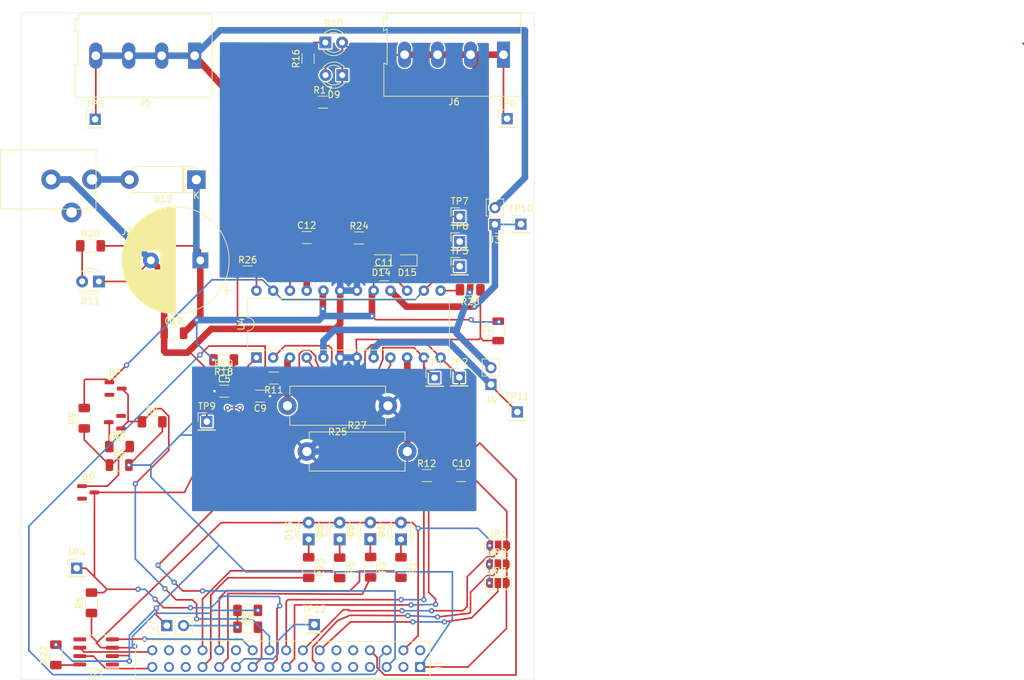
<source format=kicad_pcb>
(kicad_pcb (version 20211014) (generator pcbnew)
  (layers (0 "F.Cu" signal) (31 "B.Cu" signal) (34 "B.Paste" user) (35 "F.Paste" user) (36 "B.SilkS" user "B.Silkscreen") (37 "F.SilkS" user "F.Silkscreen") (38 "B.Mask" user) (39 "F.Mask" user) (44 "Edge.Cuts" user))
  (net 0 "")
  (net 1 "GND")
  (net 2 "PA0")
  (net 3 "+3V3")
  (net 4 "Net-(D1-Pad1)")
  (net 5 "Net-(D2-Pad1)")
  (net 6 "Net-(D3-Pad1)")
  (net 7 "PC2")
  (net 8 "EN")
  (net 9 "PC3")
  (net 10 "V")
  (net 11 "Net-(D10-Pad1)")
  (net 14 "PD1")
  (net 15 "PC5")
  (net 18 "PD2")
  (net 19 "PD0")
  (net 20 "IN2")
  (net 21 "IN1")
  (net 27 "PA1")
  (net 28 "Net-(J7-Pad2)")
  (net 31 "Net-(J1-Pad24)")
  (net 33 "Net-(D11-Pad2)")
  (net 34 "Net-(D12-Pad2)")
  (net 35 "OUT1a")
  (net 36 "OUT2a")
  (net 37 "OUT2b")
  (net 38 "OUT1b")
  (net 39 "Net-(R11-Pad1)")
  (net 40 "PA2")
  (net 41 "Net-(C1-Pad1)")
  (net 42 "Net-(D4-Pad3)")
  (net 46 "DCC_B")
  (net 47 "DCC_A")
  (net 48 "Net-(D13-Pad1)")
  (net 49 "PD3")
  (net 50 "Net-(C11-Pad2)")
  (net 51 "Net-(C12-Pad2)")
  (net 52 "Net-(C12-Pad1)")
  (net 53 "Net-(D14-Pad1)")
  (net 54 "PB2")
  (net 55 "PB1")
  (net 56 "PB0")
  (net 58 "Net-(R12-Pad1)")
  (net 59 "Net-(R26-Pad2)")
  (net 60 "Net-(R28-Pad2)")
  (net 62 "Net-(J1-Pad21)")
  (net 63 "Net-(R22-Pad1)")
  (footprint "Connector_PinHeader_2.54mm:PinHeader_1x01_P2.54mm_Vertical" (layer "F.Cu") (at 124.8 92.65)
    (fp_text reference "TP3")
    (fp_text value "TestPoint")
  )
  (footprint "Resistor_SMD:R_1206_3216Metric_Pad1.30x1.75mm_HandSolder" (layer "F.Cu") (at 63.55 151.6 90)
    (fp_text reference "R22")
    (fp_text value "0")
  )
  (footprint "TerminalBlock:TerminalBlock_Altech_AK300-4_P5.00mm" (layer "F.Cu") (at 131.45 60.55 180)
    (fp_text reference "J6")
    (fp_text value "Screw_Terminal_01x04")
  )
  (footprint "Connector_PinHeader_2.54mm:PinHeader_1x01_P2.54mm_Vertical" (layer "F.Cu") (at 102.75 147)
    (fp_text reference "TP12")
    (fp_text value "TP")
  )
  (footprint "Resistor_SMD:R_1206_3216Metric_Pad1.30x1.75mm_HandSolder" (layer "F.Cu") (at 101.9 138.35 -90)
    (fp_text reference "R23")
    (fp_text value "680")
  )
  (footprint "Connector_PinHeader_2.54mm:PinHeader_1x01_P2.54mm_Vertical" (layer "F.Cu") (at 124.8 85.1)
    (fp_text reference "TP7")
    (fp_text value "TestPoint")
  )
  (footprint "Diode_THT:D_5W_P10.16mm_Horizontal" (layer "F.Cu") (at 84.86 79.5 180)
    (fp_text reference "D12")
    (fp_text value "NTE 5812HC  10A")
  )
  (footprint "Diode_SMD:D_SOD-323" (layer "F.Cu") (at 116.85 91.75 180)
    (fp_text reference "D15")
    (fp_text value "1N4148WS")
  )
  (footprint "Connector_PinHeader_2.54mm:PinHeader_1x01_P2.54mm_Vertical" (layer "F.Cu") (at 66.7 138.45)
    (fp_text reference "TP4")
    (fp_text value "TestPoint")
  )
  (footprint "sboxnet:sboxnet-stecker-2x17" (layer "F.Cu") (at 121.35 150.9 -90)
    (fp_text reference "J1")
    (fp_text value "sboxnet-stecker_02x17" hide)
  )
  (footprint "Resistor_SMD:R_1206_3216Metric_Pad1.30x1.75mm_HandSolder" (layer "F.Cu") (at 68.95 143.7 90)
    (fp_text reference "R5")
    (fp_text value "2k")
  )
  (footprint "Connector_PinHeader_2.54mm:PinHeader_1x01_P2.54mm_Vertical" (layer "F.Cu") (at 134.1 86.25)
    (fp_text reference "TP10")
    (fp_text value "TestPoint")
  )
  (footprint "LED_THT:LED_D3.0mm" (layer "F.Cu") (at 104.425 58.7)
    (fp_text reference "D10")
    (fp_text value "LED")
  )
  (footprint "Resistor_SMD:R_1206_3216Metric_Pad1.30x1.75mm_HandSolder" (layer "F.Cu") (at 119.8 124.4)
    (fp_text reference "R12")
    (fp_text value "10k")
  )
  (footprint "Resistor_SMD:R_1206_3216Metric_Pad1.30x1.75mm_HandSolder" (layer "F.Cu") (at 96.6 109.6 180)
    (fp_text reference "R11")
    (fp_text value "10k")
  )
  (footprint "Resistor_SMD:R_1206_3216Metric_Pad1.30x1.75mm_HandSolder" (layer "F.Cu") (at 68.8 89.55)
    (fp_text reference "R20")
    (fp_text value "33k")
  )
  (footprint "Capacitor_SMD:C_1206_3216Metric" (layer "F.Cu") (at 101.6 88.3)
    (fp_text reference "C12")
    (fp_text value "10n")
  )
  (footprint "Capacitor_SMD:C_1206_3216Metric" (layer "F.Cu") (at 130.65 102.45 90)
    (fp_text reference "C14")
    (fp_text value "220n")
  )
  (footprint "Resistor_SMD:R_1206_3216Metric_Pad1.30x1.75mm_HandSolder" (layer "F.Cu") (at 73.2 120)
    (fp_text reference "R8")
    (fp_text value "1k")
  )
  (footprint "Connector_PinHeader_2.54mm:PinHeader_1x01_P2.54mm_Vertical" (layer "F.Cu") (at 69.5 70.35)
    (fp_text reference "TP5")
    (fp_text value "TestPoint")
  )
  (footprint "Resistor_SMD:R_1206_3216Metric_Pad1.30x1.75mm_HandSolder" (layer "F.Cu") (at 89 109.25)
    (fp_text reference "R19")
    (fp_text value "2.1k")
  )
  (footprint "Capacitor_SMD:C_1206_3216Metric" (layer "F.Cu") (at 94.55 112.35 180)
    (fp_text reference "C9")
    (fp_text value "1u")
  )
  (footprint "Resistor_SMD:R_1206_3216Metric_Pad1.30x1.75mm_HandSolder" (layer "F.Cu") (at 115.9 138.35 -90)
    (fp_text reference "R1")
    (fp_text value "680")
  )
  (footprint "Package_TO_SOT_SMD:SOT-23" (layer "F.Cu") (at 68.45 126.95)
    (fp_text reference "D6")
    (fp_text value "BAR42FILM")
  )
  (footprint "Capacitor_SMD:C_1206_3216Metric" (layer "F.Cu") (at 125.05 124.4)
    (fp_text reference "C10")
    (fp_text value "1u")
  )
  (footprint "Capacitor_SMD:C_1206_3216Metric" (layer "F.Cu") (at 73.15 122.8)
    (fp_text reference "C1")
    (fp_text value "100n")
  )
  (footprint "Jumper:SolderJumper-3_P1.3mm_Open_RoundedPad1.0x1.5mm" (layer "F.Cu") (at 130.6 137.8575)
    (fp_text reference "JP2")
    (fp_text value "SolderJumper_3_Open" hide)
  )
  (footprint "Capacitor_THT:CP_Radial_D16.0mm_P7.50mm" (layer "F.Cu") (at 85.462754 91.75 180)
    (fp_text reference "C7")
    (fp_text value "2700u/25v")
  )
  (footprint "Resistor_THT:R_Axial_DIN0614_L14.3mm_D5.7mm_P15.24mm_Horizontal" (layer "F.Cu") (at 113.92 113.8 180)
    (fp_text reference "R25")
    (fp_text value "0.22")
  )
  (footprint "Resistor_SMD:R_1206_3216Metric_Pad1.30x1.75mm_HandSolder" (layer "F.Cu") (at 92.65 147.4)
    (fp_text reference "R6")
    (fp_text value "680")
  )
  (footprint "LED_THT:LED_D3.0mm" (layer "F.Cu") (at 70.075 94.95 180)
    (fp_text reference "D11")
    (fp_text value "LED Power (gn)")
  )
  (footprint "Jumper:SolderJumper-3_P1.3mm_Open_RoundedPad1.0x1.5mm" (layer "F.Cu") (at 130.6 140.6925)
    (fp_text reference "JP3")
    (fp_text value "SolderJumper_3_Open" hide)
  )
  (footprint "Package_TO_SOT_SMD:SOT-23" (layer "F.Cu") (at 72.5 116.3 180)
    (fp_text reference "D4")
    (fp_text value "BAR42FILM")
  )
  (footprint "sboxnet:CLIFF-FCR681465P" (layer "F.Cu") (at 69.03 79.48 180)
    (fp_text reference "J2")
    (fp_text value "cliff_FCR681465P_audiobuchse")
  )
  (footprint "Connector_PinHeader_2.54mm:PinHeader_1x01_P2.54mm_Vertical" (layer "F.Cu") (at 132 70.25)
    (fp_text reference "TP6")
    (fp_text value "TestPoint")
  )
  (footprint "Resistor_THT:R_Axial_DIN0614_L14.3mm_D5.7mm_P15.24mm_Horizontal" (layer "F.Cu") (at 101.63 120.75)
    (fp_text reference "R27")
    (fp_text value "0.22")
  )
  (footprint "LED_THT:LED_D3.0mm" (layer "F.Cu") (at 115.9 134.075 90)
    (fp_text reference "D1")
    (fp_text value "LED")
  )
  (footprint "Connector_PinHeader_2.54mm:PinHeader_1x01_P2.54mm_Vertical" (layer "F.Cu") (at 124.8 88.9)
    (fp_text reference "TP8")
    (fp_text value "TestPoint")
  )
  (footprint "Package_DIP:DIP-24_W10.16mm" (layer "F.Cu") (at 93.975 106.5 90)
    (fp_text reference "U4")
    (fp_text value "l6206")
  )
  (footprint "Resistor_SMD:R_1206_3216Metric_Pad1.30x1.75mm_HandSolder" (layer "F.Cu") (at 92.65 93.5)
    (fp_text reference "R26")
    (fp_text value "10k")
  )
  (footprint "Resistor_SMD:R_1206_3216Metric_Pad1.30x1.75mm_HandSolder" (layer "F.Cu") (at 104.05 67.75)
    (fp_text reference "R17")
    (fp_text value "2,7k")
  )
  (footprint "Connector_PinHeader_2.54mm:PinHeader_1x01_P2.54mm_Vertical" (layer "F.Cu") (at 124.75 109.5)
    (fp_text reference "TP2")
    (fp_text value "TestPoint")
  )
  (footprint "Resistor_SMD:R_1206_3216Metric_Pad1.30x1.75mm_HandSolder" (layer "F.Cu") (at 109.55 88.35)
    (fp_text reference "R24")
    (fp_text value "100")
  )
  (footprint "Resistor_SMD:R_1206_3216Metric_Pad1.30x1.75mm_HandSolder" (layer "F.Cu") (at 111.3 138.3 -90)
    (fp_text reference "R2")
    (fp_text value "680")
  )
  (footprint "LED_THT:LED_D3.0mm" (layer "F.Cu") (at 101.9 134.075 90)
    (fp_text reference "D13")
    (fp_text value "LED")
  )
  (footprint "Resistor_SMD:R_1206_3216Metric_Pad1.30x1.75mm_HandSolder" (layer "F.Cu") (at 126.4 96.2 180)
    (fp_text reference "R28")
    (fp_text value "10k")
  )
  (footprint "Resistor_SMD:R_1206_3216Metric_Pad1.30x1.75mm_HandSolder" (layer "F.Cu") (at 67.85 115.7 90)
    (fp_text reference "R9")
    (fp_text value "2k")
  )
  (footprint "Resistor_SMD:R_1206_3216Metric_Pad1.30x1.75mm_HandSolder" (layer "F.Cu") (at 106.6 138.4 -90)
    (fp_text reference "R3")
    (fp_text value "680")
  )
  (footprint "Package_TO_SOT_SMD:SOT-23" (layer "F.Cu") (at 72.6 111.2)
    (fp_text reference "D5")
    (fp_text value "BAR42FILM")
  )
  (footprint "Capacitor_SMD:C_1206_3216Metric" (layer "F.Cu") (at 89.1 111.6)
    (fp_text reference "C5")
    (fp_text value "47n")
  )
  (footprint "Connector_PinHeader_2.54mm:PinHeader_1x01_P2.54mm_Vertical" (layer "F.Cu") (at 121 109.55)
    (fp_text reference "TP1")
    (fp_text value "TestPoint")
  )
  (footprint "TerminalBlock:TerminalBlock_Altech_AK300-4_P5.00mm" (layer "F.Cu") (at 84.6 60.7 180)
    (fp_text reference "J5")
    (fp_text value "Screw_Terminal_01x04")
  )
  (footprint "Jumper:SolderJumper-3_P1.3mm_Open_RoundedPad1.0x1.5mm" (layer "F.Cu") (at 130.65 135.0075)
    (fp_text reference "JP1")
    (fp_text value "SolderJumper_3_Open" hide)
  )
  (footprint "Resistor_SMD:R_1206_3216Metric_Pad1.30x1.75mm_HandSolder" (layer "F.Cu") (at 78.15 116.25)
    (fp_text reference "R4")
    (fp_text value "10k")
  )
  (footprint "Connector_PinHeader_2.54mm:PinHeader_1x02_P2.54mm_Vertical" (layer "F.Cu") (at 130.15 86.3 180)
    (fp_text reference "J3")
    (fp_text value "Conn_01x02_Male")
  )
  (footprint "Diode_SMD:D_SOD-323" (layer "F.Cu") (at 112.9 91.75 180)
    (fp_text reference "D14")
    (fp_text value "1N4148WS")
  )
  (footprint "Resistor_SMD:R_1206_3216Metric_Pad1.30x1.75mm_HandSolder" (layer "F.Cu") (at 101.8 61.15 90)
    (fp_text reference "R16")
    (fp_text value "5k")
  )
  (footprint "Connector_PinHeader_2.54mm:PinHeader_1x01_P2.54mm_Vertical" (layer "F.Cu") (at 86.45 116.2)
    (fp_text reference "TP9")
    (fp_text value "TestPoint")
  )
  (footprint "Connector_PinHeader_2.54mm:PinHeader_1x01_P2.54mm_Vertical" (layer "F.Cu") (at 133.55 114.75)
    (fp_text reference "TP11")
    (fp_text value "TestPoint")
  )
  (footprint "LED_THT:LED_D3.0mm" (layer "F.Cu") (at 107 63.65 180)
    (fp_text reference "D9")
    (fp_text value "LED")
  )
  (footprint "Capacitor_SMD:C_1206_3216Metric" (layer "F.Cu") (at 81.45 102.8)
    (fp_text reference "C13")
    (fp_text value "220n")
  )
  (footprint "Connector_PinHeader_2.54mm:PinHeader_1x02_P2.54mm_Vertical" (layer "F.Cu") (at 129.55 110.575 180)
    (fp_text reference "J4")
    (fp_text value "Conn_01x02_Male")
  )
  (footprint "Package_SO:SOIC-8_3.9x4.9mm_P1.27mm" (layer "F.Cu") (at 69.65 151.15 180)
    (fp_text reference "U3")
    (fp_text value "SN65HVD230")
  )
  (footprint "LED_THT:LED_D3.0mm" (layer "F.Cu") (at 111.25 134.05 90)
    (fp_text reference "D2")
    (fp_text value "LED")
  )
  (footprint "Resistor_SMD:R_1206_3216Metric_Pad1.30x1.75mm_HandSolder" (layer "F.Cu") (at 89 106.85 180)
    (fp_text reference "R18")
    (fp_text value "33k")
  )
  (footprint "Resistor_SMD:R_1206_3216Metric_Pad1.30x1.75mm_HandSolder" (layer "F.Cu") (at 92.65 144.85 180)
    (fp_text reference "R7")
    (fp_text value "2k")
  )
  (footprint "LED_THT:LED_D3.0mm" (layer "F.Cu") (at 106.6 134.075 90)
    (fp_text reference "D3")
    (fp_text value "LED")
  )
  (footprint "Capacitor_SMD:C_1206_3216Metric" (layer "F.Cu") (at 113.35 93.95)
    (fp_text reference "C11")
    (fp_text value "220n")
  )
  (footprint "Connector_PinHeader_2.54mm:PinHeader_1x02_P2.54mm_Vertical" (layer "F.Cu") (at 80.375 147.15 90)
    (fp_text reference "J7")
    (fp_text value "Conn_01x02_Male")
  )
  (gr_rect (start 58.224 54.1655) (end 136.11 155.2745) (layer "Edge.Cuts") (width 0.05) (fill none))
  (segment (start 210.3 58.8) (end 210.3 58.95) (width 0.25) (layer "F.Cu") (net 0))
  (segment (start 106.675 102.875) (end 105.95 102.15) (width 1) (layer "F.Cu") (net 1))
  (segment (start 78.8 145.575) (end 80.375 147.15) (width 0.25) (layer "F.Cu") (net 1))
  (segment (start 80.2 105.75) (end 79.975 105.525) (width 1) (layer "F.Cu") (net 1))
  (segment (start 72.125 151.785) (end 72.21 151.7) (width 0.25) (layer "F.Cu") (net 1))
  (segment (start 72.21 151.7) (end 74.5 151.7) (width 0.25) (layer "F.Cu") (net 1))
  (segment (start 74.7 151.9) (end 74.7 152.55) (width 0.25) (layer "F.Cu") (net 1))
  (segment (start 87.6125 111.5875) (end 87.625 111.6) (width 0.25) (layer "F.Cu") (net 1))
  (segment (start 106.675 106.5) (end 106.675 102.875) (width 1) (layer "F.Cu") (net 1))
  (segment (start 79.975 93.762246) (end 79.975 102.8) (width 1) (layer "F.Cu") (net 1))
  (segment (start 127.95 103.5) (end 127.7 103.75) (width 0.25) (layer "F.Cu") (net 1))
  (segment (start 131.9 147.6) (end 126.06 153.44) (width 0.25) (layer "F.Cu") (net 1))
  (segment (start 70.075 94.95) (end 74.762754 94.95) (width 0.25) (layer "F.Cu") (net 1))
  (segment (start 77.962754 91.75) (end 79.975 93.762246) (width 1) (layer "F.Cu") (net 1))
  (segment (start 87.1 102.15) (end 83.5 105.75) (width 1) (layer "F.Cu") (net 1))
  (segment (start 74.5 151.7) (end 74.7 151.9) (width 0.25) (layer "F.Cu") (net 1))
  (segment (start 131.95 129.825) (end 126.525 124.4) (width 0.25) (layer "F.Cu") (net 1))
  (segment (start 87.45 109.25) (end 87.45 111.425) (width 0.25) (layer "F.Cu") (net 1))
  (segment (start 87.45 109.25) (end 83.95 105.75) (width 0.25) (layer "F.Cu") (net 1))
  (segment (start 105.95 102.15) (end 90.6 102.15) (width 1) (layer "F.Cu") (net 1))
  (segment (start 128.375 103.925) (end 127.95 103.5) (width 0.25) (layer "F.Cu") (net 1))
  (segment (start 127.95 96.2) (end 127.95 103.5) (width 0.25) (layer "F.Cu") (net 1))
  (segment (start 83.5 105.75) (end 80.2 105.75) (width 1) (layer "F.Cu") (net 1))
  (segment (start 74.762754 94.95) (end 77.962754 91.75) (width 0.25) (layer "F.Cu") (net 1))
  (segment (start 105.95 102.15) (end 106.675 101.425) (width 1) (layer "F.Cu") (net 1))
  (segment (start 130.65 103.925) (end 128.375 103.925) (width 0.25) (layer "F.Cu") (net 1))
  (segment (start 87.45 111.425) (end 87.6125 111.5875) (width 0.25) (layer "F.Cu") (net 1))
  (segment (start 91.1 93.5) (end 91.1 101.65) (width 0.25) (layer "F.Cu") (net 1))
  (segment (start 106.675 101.425) (end 106.675 96.34) (width 1) (layer "F.Cu") (net 1))
  (segment (start 131.95 135.0075) (end 131.95 140.6425) (width 0.25) (layer "F.Cu") (net 1))
  (segment (start 90.6 102.15) (end 87.1 102.15) (width 1) (layer "F.Cu") (net 1))
  (segment (start 78.8 144.5) (end 78.8 145.575) (width 0.25) (layer "F.Cu") (net 1))
  (segment (start 79.975 105.525) (end 79.975 102.8) (width 1) (layer "F.Cu") (net 1))
  (segment (start 126.06 153.44) (end 118.81 153.44) (width 0.25) (layer "F.Cu") (net 1))
  (segment (start 127.7 103.75) (end 126.55 103.75) (width 0.25) (layer "F.Cu") (net 1))
  (segment (start 126.55 103.75) (end 109.1 103.75) (width 0.25) (layer "F.Cu") (net 1))
  (segment (start 131.95 135.0075) (end 131.95 129.825) (width 0.25) (layer "F.Cu") (net 1))
  (segment (start 131.95 140.6425) (end 131.9 140.6925) (width 0.25) (layer "F.Cu") (net 1))
  (segment (start 131.9 140.6925) (end 131.9 147.6) (width 0.25) (layer "F.Cu") (net 1))
  (segment (start 91.1 101.65) (end 90.6 102.15) (width 0.25) (layer "F.Cu") (net 1))
  (segment (start 83.95 105.75) (end 83.5 105.75) (width 0.25) (layer "F.Cu") (net 1))
  (segment (start 79.7 117.725) (end 74.625 122.8) (width 0.25) (layer "F.Cu") (net 1))
  (segment (start 79.7 116.25) (end 79.7 117.725) (width 0.25) (layer "F.Cu") (net 1))
  (segment (start 109.1 103.75) (end 109.215 106.5) (width 0.25) (layer "F.Cu") (net 1))
  (via (at 96.025 112.35) (size 0.8) (drill 0.4) (layers "F.Cu" "B.Cu") (net 1))
  (via (at 87.6125 111.5875) (size 0.8) (drill 0.4) (layers "F.Cu" "B.Cu") (net 1))
  (via (at 74.625 122.8) (size 0.8) (drill 0.4) (layers "F.Cu" "B.Cu") (net 1))
  (via (at 63.55 150.05) (size 0.8) (drill 0.4) (layers "F.Cu" "B.Cu") (net 1))
  (via (at 78.8 144.5) (size 0.8) (drill 0.4) (layers "F.Cu" "B.Cu") (net 1))
  (via (at 74.7 152.55) (size 0.8) (drill 0.4) (layers "F.Cu" "B.Cu") (net 1))
  (segment (start 74.7 148.6) (end 78.8 144.5) (width 0.25) (layer "B.Cu") (net 1))
  (segment (start 74.625 122.8) (end 77.9 122.8) (width 0.25) (layer "B.Cu") (net 1))
  (segment (start 109.215 96.34) (end 109.215 92.715) (width 1) (layer "B.Cu") (net 1))
  (segment (start 106.675 106.5) (end 106.675 115.705) (width 1) (layer "B.Cu") (net 1))
  (segment (start 74.7 152.55) (end 74.7 148.6) (width 0.25) (layer "B.Cu") (net 1))
  (segment (start 101.63 120.75) (end 106.97 120.75) (width 1) (layer "B.Cu") (net 1))
  (segment (start 123.7 146.15) (end 118.81 153.44) (width 0.25) (layer "B.Cu") (net 1))
  (segment (start 88.312754 134.987246) (end 92.325508 139) (width 0.25) (layer "B.Cu") (net 1))
  (segment (start 82.45 118.25) (end 87.6125 113.0875) (width 0.25) (layer "B.Cu") (net 1))
  (segment (start 63.55 150.05) (end 66.05 152.55) (width 0.25) (layer "B.Cu") (net 1))
  (segment (start 77.9 122.8) (end 77.962754 122.737246) (width 0.25) (layer "B.Cu") (net 1))
  (segment (start 77.962754 122.737246) (end 82.45 118.25) (width 0.25) (layer "B.Cu") (net 1))
  (segment (start 109.215 109.095) (end 113.92 113.8) (width 1) (layer "B.Cu") (net 1))
  (segment (start 77.962754 122.737246) (end 77.962754 123.037246) (width 0.25) (layer "B.Cu") (net 1))
  (segment (start 87.6125 113.0875) (end 87.6125 111.5875) (width 0.25) (layer "B.Cu") (net 1))
  (segment (start 109.215 106.5) (end 109.215 109.095) (width 1) (layer "B.Cu") (net 1))
  (segment (start 106.675 106.5) (end 109.215 106.5) (width 1) (layer "B.Cu") (net 1))
  (segment (start 78.8 144.5) (end 88.312754 134.987246) (width 0.25) (layer "B.Cu") (net 1))
  (segment (start 92.325508 139) (end 123.7 139) (width 0.25) (layer "B.Cu") (net 1))
  (segment (start 77.962754 124.637246) (end 88.312754 134.987246) (width 0.25) (layer "B.Cu") (net 1))
  (segment (start 62.83 79.48) (end 65.692754 79.48) (width 1) (layer "B.Cu") (net 1))
  (segment (start 106.675 96.34) (end 106.675 92.425) (width 1) (layer "B.Cu") (net 1))
  (segment (start 77.962754 123.037246) (end 77.962754 124.637246) (width 0.25) (layer "B.Cu") (net 1))
  (segment (start 96.025 112.35) (end 90.125 118.25) (width 0.25) (layer "B.Cu") (net 1))
  (segment (start 66.05 152.55) (end 74.7 152.55) (width 0.25) (layer "B.Cu") (net 1))
  (segment (start 106.675 115.705) (end 101.63 120.75) (width 1) (layer "B.Cu") (net 1))
  (segment (start 90.125 118.25) (end 82.45 118.25) (width 0.25) (layer "B.Cu") (net 1))
  (segment (start 106.97 120.75) (end 113.92 113.8) (width 1) (layer "B.Cu") (net 1))
  (segment (start 65.692754 79.48) (end 77.962754 91.75) (width 1) (layer "B.Cu") (net 1))
  (segment (start 123.7 139) (end 123.7 146.15) (width 0.25) (layer "B.Cu") (net 1))
  (segment (start 106.675 96.34) (end 109.215 96.34) (width 1) (layer "B.Cu") (net 1))
  (segment (start 86.75 104.75) (end 85.4 106.1) (width 0.25) (layer "F.Cu") (net 2))
  (segment (start 95.3 104.75) (end 86.75 104.75) (width 0.25) (layer "F.Cu") (net 2))
  (segment (start 95.05 109.6) (end 95.3 109.35) (width 0.25) (layer "F.Cu") (net 2))
  (segment (start 95.05 110.375) (end 95.05 109.6) (width 0.25) (layer "F.Cu") (net 2))
  (segment (start 95.3 109.35) (end 95.3 104.75) (width 0.25) (layer "F.Cu") (net 2))
  (segment (start 93.075 112.35) (end 95.05 110.375) (width 0.25) (layer "F.Cu") (net 2))
  (via (at 85.4 106.1) (size 0.8) (drill 0.4) (layers "F.Cu" "B.Cu") (net 2))
  (segment (start 112.643 153.557) (end 112.643 151.987) (width 0.25) (layer "B.Cu") (net 2))
  (segment (start 63.1 154.6) (end 98.5 154.6) (width 0.25) (layer "B.Cu") (net 2))
  (segment (start 59.45 132.05) (end 59.45 150.95) (width 0.25) (layer "B.Cu") (net 2))
  (segment (start 111.9 154.55) (end 112.643 153.557) (width 0.25) (layer "B.Cu") (net 2))
  (segment (start 59.45 150.95) (end 63.1 154.6) (width 0.25) (layer "B.Cu") (net 2))
  (segment (start 112.643 151.987) (end 113.73 150.9) (width 0.25) (layer "B.Cu") (net 2))
  (segment (start 85.4 106.1) (end 59.45 132.05) (width 0.25) (layer "B.Cu") (net 2))
  (segment (start 98.5 154.6) (end 111.9 154.55) (width 0.25) (layer "B.Cu") (net 2))
  (segment (start 89.235 131.535) (end 101.9 131.535) (width 0.25) (layer "F.Cu") (net 3))
  (segment (start 118.5 132.4) (end 118.5 148.67) (width 0.25) (layer "F.Cu") (net 3))
  (segment (start 70.415 150.515) (end 69.7 149.8) (width 0.25) (layer "F.Cu") (net 3))
  (segment (start 101.9 131.535) (end 115.9 131.535) (width 0.25) (layer "F.Cu") (net 3))
  (segment (start 69.827187 149.677187) (end 88.6 131.55) (width 0.25) (layer "F.Cu") (net 3))
  (segment (start 115.9 150.53) (end 116.27 150.9) (width 0.25) (layer "F.Cu") (net 3))
  (segment (start 117.635 131.535) (end 118.5 132.4) (width 0.25) (layer "F.Cu") (net 3))
  (segment (start 118.5 148.67) (end 116.27 150.9) (width 0.25) (layer "F.Cu") (net 3))
  (segment (start 68.95 145.25) (end 68.95 148.8) (width 0.25) (layer "F.Cu") (net 3))
  (segment (start 88.6 131.55) (end 89.235 131.535) (width 0.25) (layer "F.Cu") (net 3))
  (segment (start 72.125 150.515) (end 75.285 150.515) (width 0.25) (layer "F.Cu") (net 3))
  (segment (start 75.285 150.515) (end 75.5 150.3) (width 0.25) (layer "F.Cu") (net 3))
  (segment (start 72.125 150.515) (end 70.415 150.515) (width 0.25) (layer "F.Cu") (net 3))
  (segment (start 115.9 131.535) (end 117.635 131.535) (width 0.25) (layer "F.Cu") (net 3))
  (segment (start 68.95 148.8) (end 69.827187 149.677187) (width 0.25) (layer "F.Cu") (net 3))
  (segment (start 69.7 149.8) (end 69.827187 149.677187) (width 0.25) (layer "F.Cu") (net 3))
  (via (at 94.2 144.85) (size 0.8) (drill 0.4) (layers "F.Cu" "B.Cu") (net 3))
  (via (at 118.5 132.4) (size 0.8) (drill 0.4) (layers "F.Cu" "B.Cu") (net 3))
  (via (at 129.35 135.0075) (size 0.8) (drill 0.4) (layers "F.Cu" "B.Cu") (net 3))
  (via (at 75.5 150.3) (size 0.8) (drill 0.4) (layers "F.Cu" "B.Cu") (net 3))
  (via (at 129.3 140.6925) (size 0.8) (drill 0.4) (layers "F.Cu" "B.Cu") (net 3))
  (via (at 129.3 137.8575) (size 0.8) (drill 0.4) (layers "F.Cu" "B.Cu") (net 3))
  (segment (start 129.3 137.8575) (end 129.3 140.6925) (width 0.25) (layer "B.Cu") (net 3))
  (segment (start 118.5 132.4) (end 127.6 132.4) (width 0.25) (layer "B.Cu") (net 3))
  (segment (start 127.6 132.4) (end 129.35 134.15) (width 0.25) (layer "B.Cu") (net 3))
  (segment (start 94.2 144.85) (end 87.336396 144.85) (width 0.25) (layer "B.Cu") (net 3))
  (segment (start 75.3 150.5) (end 75.5 150.3) (width 0.25) (layer "B.Cu") (net 3))
  (segment (start 75.15 150.5) (end 75.3 150.5) (width 0.25) (layer "B.Cu") (net 3))
  (segment (start 129.35 137.8075) (end 129.3 137.8575) (width 0.25) (layer "B.Cu") (net 3))
  (segment (start 129.35 135.0075) (end 129.35 137.8075) (width 0.25) (layer "B.Cu") (net 3))
  (segment (start 129.35 134.15) (end 129.35 135.0075) (width 0.25) (layer "B.Cu") (net 3))
  (segment (start 86.9 145.286396) (end 78.65 145.286396) (width 0.25) (layer "B.Cu") (net 3))
  (segment (start 75.15 148.786396) (end 75.15 150.5) (width 0.25) (layer "B.Cu") (net 3))
  (segment (start 78.65 145.286396) (end 75.15 148.786396) (width 0.25) (layer "B.Cu") (net 3))
  (segment (start 87.336396 144.85) (end 86.9 145.286396) (width 0.25) (layer "B.Cu") (net 3))
  (segment (start 115.9 134.075) (end 115.9 136.8) (width 0.25) (layer "F.Cu") (net 4))
  (segment (start 111.25 134.05) (end 111.25 136.7) (width 0.25) (layer "F.Cu") (net 5))
  (segment (start 111.25 136.7) (end 111.3 136.75) (width 0.25) (layer "F.Cu") (net 5))
  (segment (start 106.6 134.075) (end 106.6 136.85) (width 0.25) (layer "F.Cu") (net 6))
  (segment (start 80.675 120.575) (end 75.6 125.65) (width 0.25) (layer "F.Cu") (net 7))
  (segment (start 80.675 115.386827) (end 80.675 120.575) (width 0.25) (layer "F.Cu") (net 7))
  (segment (start 76.5375 116.1875) (end 76.6 116.25) (width 0.25) (layer "F.Cu") (net 7))
  (segment (start 80.1 141.55) (end 81.8 143.25) (width 0.25) (layer "F.Cu") (net 7))
  (segment (start 84.9 143.9) (end 84.9 146.15) (width 0.25) (layer "F.Cu") (net 7))
  (segment (start 78.6 114.25) (end 79.538173 114.25) (width 0.25) (layer "F.Cu") (net 7))
  (segment (start 84.25 143.25) (end 84.9 143.9) (width 0.25) (layer "F.Cu") (net 7))
  (segment (start 79.538173 114.25) (end 80.675 115.386827) (width 0.25) (layer "F.Cu") (net 7))
  (segment (start 73.5375 111.2) (end 74.5 112.1625) (width 0.25) (layer "F.Cu") (net 7))
  (segment (start 81.8 143.25) (end 84.25 143.25) (width 0.25) (layer "F.Cu") (net 7))
  (segment (start 76.6 116.25) (end 78.6 114.25) (width 0.25) (layer "F.Cu") (net 7))
  (segment (start 74.5 116.1875) (end 73.4375 117.25) (width 0.25) (layer "F.Cu") (net 7))
  (segment (start 74.5 116.1875) (end 76.5375 116.1875) (width 0.25) (layer "F.Cu") (net 7))
  (segment (start 74.5 112.1625) (end 74.5 116.1875) (width 0.25) (layer "F.Cu") (net 7))
  (via (at 84.9 146.15) (size 0.8) (drill 0.4) (layers "F.Cu" "B.Cu") (net 7))
  (via (at 80.1 141.55) (size 0.8) (drill 0.4) (layers "F.Cu" "B.Cu") (net 7))
  (via (at 75.6 125.65) (size 0.8) (drill 0.4) (layers "F.Cu" "B.Cu") (net 7))
  (segment (start 93.3 146.15) (end 95.95 148.8) (width 0.25) (layer "B.Cu") (net 7))
  (segment (start 84.9 146.15) (end 93.3 146.15) (width 0.25) (layer "B.Cu") (net 7))
  (segment (start 75.6 137.05) (end 80.1 141.55) (width 0.25) (layer "B.Cu") (net 7))
  (segment (start 95.95 148.8) (end 95.95 150.9) (width 0.25) (layer "B.Cu") (net 7))
  (segment (start 75.6 125.65) (end 75.6 137.05) (width 0.25) (layer "B.Cu") (net 7))
  (segment (start 119.375 96.34) (end 123.065 92.65) (width 0.25) (layer "F.Cu") (net 8))
  (segment (start 68 109.8) (end 71.2125 109.8) (width 0.25) (layer "F.Cu") (net 8))
  (segment (start 67.85 114.15) (end 67.85 109.95) (width 0.25) (layer "F.Cu") (net 8))
  (segment (start 71.6625 110.25) (end 74.25625 107.65625) (width 0.25) (layer "F.Cu") (net 8))
  (segment (start 71.2125 109.8) (end 71.6625 110.25) (width 0.25) (layer "F.Cu") (net 8))
  (segment (start 123.065 92.65) (end 124.8 92.65) (width 0.25) (layer "F.Cu") (net 8))
  (segment (start 67.85 109.95) (end 68 109.8) (width 0.25) (layer "F.Cu") (net 8))
  (segment (start 74.25625 107.65625) (end 74.45 107.4625) (width 0.25) (layer "F.Cu") (net 8))
  (via (at 74.25625 107.65625) (size 0.8) (drill 0.4) (layers "F.Cu" "B.Cu") (net 8))
  (via (at 74.25625 107.65625) (size 0.8) (drill 0.4) (layers "F.Cu" "B.Cu") (net 8))
  (segment (start 87.2125 94.7) (end 94.875 94.7) (width 0.25) (layer "B.Cu") (net 8))
  (segment (start 118.1 97.615) (end 119.375 96.34) (width 0.25) (layer "B.Cu") (net 8))
  (segment (start 96.515 96.34) (end 97.875 97.7) (width 0.25) (layer "B.Cu") (net 8))
  (segment (start 118.1 97.7) (end 118.1 97.615) (width 0.25) (layer "B.Cu") (net 8))
  (segment (start 97.875 97.7) (end 118.1 97.7) (width 0.25) (layer "B.Cu") (net 8))
  (segment (start 74.25625 107.65625) (end 87.2125 94.7) (width 0.25) (layer "B.Cu") (net 8))
  (segment (start 94.875 94.7) (end 96.515 96.34) (width 0.25) (layer "B.Cu") (net 8))
  (segment (start 68.95 142.15) (end 70.8 142.15) (width 0.25) (layer "F.Cu") (net 9))
  (segment (start 101.5 115.95) (end 103.455189 113.994811) (width 0.25) (layer "F.Cu") (net 9))
  (segment (start 101.5 115.95) (end 101.5 115.9) (width 0.25) (layer "F.Cu") (net 9))
  (segment (start 97.5 144.15) (end 97.089633 144.560367) (width 0.25) (layer "F.Cu") (net 9))
  (segment (start 71.3 141.65) (end 76 141.65) (width 0.25) (layer "F.Cu") (net 9))
  (segment (start 69.3875 126.95) (end 69.4 126.9625) (width 0.25) (layer "F.Cu") (net 9))
  (segment (start 97.089633 152.300367) (end 95.95 153.44) (width 0.25) (layer "F.Cu") (net 9))
  (segment (start 103.455189 109.544811) (end 103.55 109.7) (width 0.25) (layer "F.Cu") (net 9))
  (segment (start 69.55 139.9) (end 71.3 141.65) (width 0.25) (layer "F.Cu") (net 9))
  (segment (start 69.4 126.9625) (end 69.4 139.75) (width 0.25) (layer "F.Cu") (net 9))
  (segment (start 70.8 142.15) (end 71.3 141.65) (width 0.25) (layer "F.Cu") (net 9))
  (segment (start 83.05 126.95) (end 89.6 114.1) (width 0.25) (layer "F.Cu") (net 9))
  (segment (start 101.595 106.5) (end 103.455189 109.544811) (width 0.25) (layer "F.Cu") (net 9))
  (segment (start 114.295 107.655) (end 114.295 106.5) (width 0.25) (layer "F.Cu") (net 9))
  (segment (start 97.089633 144.560367) (end 97.089633 152.300367) (width 0.25) (layer "F.Cu") (net 9))
  (segment (start 69.3875 126.95) (end 83.05 126.95) (width 0.25) (layer "F.Cu") (net 9))
  (segment (start 103.455189 113.994811) (end 103.455189 109.544811) (width 0.25) (layer "F.Cu") (net 9))
  (segment (start 103.55 109.7) (end 113.15 109.65) (width 0.25) (layer "F.Cu") (net 9))
  (segment (start 66.7 138.45) (end 68.1 138.45) (width 0.25) (layer "F.Cu") (net 9))
  (segment (start 91.475 114.075) (end 92.15 116.3) (width 0.25) (layer "F.Cu") (net 9))
  (segment (start 78.6 143.15) (end 79.9 144.45) (width 0.25) (layer "F.Cu") (net 9))
  (segment (start 101.15 116.3) (end 101.5 115.95) (width 0.25) (layer "F.Cu") (net 9))
  (segment (start 69.4 139.75) (end 69.55 139.9) (width 0.25) (layer "F.Cu") (net 9))
  (segment (start 113.15 109.65) (end 114.295 107.655) (width 0.25) (layer "F.Cu") (net 9))
  (segment (start 92.15 116.3) (end 101.15 116.3) (width 0.25) (layer "F.Cu") (net 9))
  (segment (start 79.9 144.45) (end 83.95 144.45) (width 0.25) (layer "F.Cu") (net 9))
  (segment (start 68.1 138.45) (end 69.55 139.9) (width 0.25) (layer "F.Cu") (net 9))
  (via (at 78.6 143.15) (size 0.8) (drill 0.4) (layers "F.Cu" "B.Cu") (net 9))
  (via (at 97.5 144.15) (size 0.8) (drill 0.4) (layers "F.Cu" "B.Cu") (net 9))
  (via (at 76 141.65) (size 0.8) (drill 0.4) (layers "F.Cu" "B.Cu") (net 9))
  (via (at 83.95 144.45) (size 0.8) (drill 0.4) (layers "F.Cu" "B.Cu") (net 9))
  (via (at 89.6 114.1) (size 0.8) (drill 0.4) (layers "F.Cu" "B.Cu") (net 9))
  (via (at 91.475 114.075) (size 0.8) (drill 0.4) (layers "F.Cu" "B.Cu") (net 9))
  (segment (start 97.3 142.75) (end 97.5 142.95) (width 0.25) (layer "B.Cu") (net 9))
  (segment (start 91.475 114.075) (end 91.55 114) (width 0.25) (layer "B.Cu") (net 9))
  (segment (start 89.6 114.1) (end 91.45 114.1) (width 0.25) (layer "B.Cu") (net 9))
  (segment (start 76 141.65) (end 77.1 141.65) (width 0.25) (layer "B.Cu") (net 9))
  (segment (start 91.45 114.1) (end 91.475 114.075) (width 0.25) (layer "B.Cu") (net 9))
  (segment (start 88.85 142.7) (end 97.3 142.75) (width 0.25) (layer "B.Cu") (net 9))
  (segment (start 83.95 144.45) (end 87.1 144.45) (width 0.25) (layer "B.Cu") (net 9))
  (segment (start 97.5 142.95) (end 97.5 144.15) (width 0.25) (layer "B.Cu") (net 9))
  (segment (start 77.1 141.65) (end 78.6 143.15) (width 0.25) (layer "B.Cu") (net 9))
  (segment (start 87.1 144.45) (end 88.85 142.7) (width 0.25) (layer "B.Cu") (net 9))
  (segment (start 112.05 100.75) (end 126.55 100.75) (width 0.25) (layer "F.Cu") (net 10))
  (segment (start 85.462754 90.212754) (end 85.462754 91.75) (width 0.25) (layer "F.Cu") (net 10))
  (segment (start 111.5 100.2) (end 112.05 100.75) (width 0.25) (layer "F.Cu") (net 10))
  (segment (start 104.05 96.425) (end 104.135 96.34) (width 1) (layer "F.Cu") (net 10))
  (segment (start 111.755 98.205) (end 111.755 96.34) (width 0.25) (layer "F.Cu") (net 10))
  (segment (start 84.9125 100.8125) (end 82.925 102.8) (width 1) (layer "F.Cu") (net 10))
  (segment (start 85.462754 91.75) (end 85.462754 100.262246) (width 1) (layer "F.Cu") (net 10))
  (segment (start 85.462754 100.262246) (end 84.9125 100.8125) (width 1) (layer "F.Cu") (net 10))
  (segment (start 111.5 96.595) (end 111.755 96.34) (width 1) (layer "F.Cu") (net 10))
  (segment (start 111.755 96.34) (end 111.755 91.845) (width 0.25) (layer "F.Cu") (net 10))
  (segment (start 111.5 100.2) (end 111.5 96.595) (width 1) (layer "F.Cu") (net 10))
  (segment (start 84.8 89.55) (end 85.462754 90.212754) (width 0.25) (layer "F.Cu") (net 10))
  (segment (start 104.05 99.1) (end 104.05 96.425) (width 1) (layer "F.Cu") (net 10))
  (segment (start 70.35 89.55) (end 84.8 89.55) (width 0.25) (layer "F.Cu") (net 10))
  (segment (start 111.755 91.845) (end 111.85 91.75) (width 0.25) (layer "F.Cu") (net 10))
  (via (at 130.75 101.1) (size 0.8) (drill 0.4) (layers "F.Cu" "B.Cu") (net 10))
  (via (at 104.05 99.1) (size 0.8) (drill 0.4) (layers "F.Cu" "B.Cu") (net 10))
  (via (at 111.5 100.2) (size 0.8) (drill 0.4) (layers "F.Cu" "B.Cu") (net 10))
  (via (at 84.9125 100.8125) (size 0.8) (drill 0.4) (layers "F.Cu" "B.Cu") (net 10))
  (via (at 126.55 100.75) (size 0.8) (drill 0.4) (layers "F.Cu" "B.Cu") (net 10))
  (via (at 87.45 106.85) (size 0.8) (drill 0.4) (layers "F.Cu" "B.Cu") (net 10))
  (segment (start 126.9 101.1) (end 130.75 101.1) (width 0.25) (layer "B.Cu") (net 10))
  (segment (start 104.05 100.2) (end 111.5 100.2) (width 1) (layer "B.Cu") (net 10))
  (segment (start 84.86 79.5) (end 84.86 91.147246) (width 1) (layer "B.Cu") (net 10))
  (segment (start 103.4375 100.8125) (end 104.05 100.2) (width 1) (layer "B.Cu") (net 10))
  (segment (start 84.86 91.147246) (end 85.462754 91.75) (width 1) (layer "B.Cu") (net 10))
  (segment (start 126.55 100.75) (end 126.9 101.1) (width 0.25) (layer "B.Cu") (net 10))
  (segment (start 84.9125 104.3125) (end 87.45 106.85) (width 0.25) (layer "B.Cu") (net 10))
  (segment (start 104.05 100.2) (end 104.05 99.1) (width 1) (layer "B.Cu") (net 10))
  (segment (start 84.9125 100.8125) (end 84.9125 104.3125) (width 0.25) (layer "B.Cu") (net 10))
  (segment (start 84.9125 100.8125) (end 103.4375 100.8125) (width 1) (layer "B.Cu") (net 10))
  (segment (start 102.7 58.7) (end 104.425 58.7) (width 0.25) (layer "F.Cu") (net 11))
  (segment (start 101.8 59.6) (end 102.7 58.7) (width 0.25) (layer "F.Cu") (net 11))
  (segment (start 101.8 59.6) (end 104.46 62.26) (width 0.25) (layer "F.Cu") (net 11))
  (segment (start 104.46 62.26) (end 104.46 63.65) (width 0.25) (layer "F.Cu") (net 11))
  (segment (start 92.15 142.3) (end 89.65 142.3) (width 0.25) (layer "F.Cu") (net 14))
  (segment (start 89.65 152.12) (end 88.33 153.44) (width 0.25) (layer "F.Cu") (net 14))
  (segment (start 110.05 142.4) (end 92.15 142.3) (width 0.25) (layer "F.Cu") (net 14))
  (segment (start 89.65 142.3) (end 89.65 152.12) (width 0.25) (layer "F.Cu") (net 14))
  (segment (start 111.3 139.85) (end 110.05 142.4) (width 0.25) (layer "F.Cu") (net 14))
  (segment (start 94.75 152.1) (end 93.41 153.44) (width 0.25) (layer "F.Cu") (net 15))
  (segment (start 94.2 147.4) (end 94.75 147.95) (width 0.25) (layer "F.Cu") (net 15))
  (segment (start 94.75 147.95) (end 94.75 152.1) (width 0.25) (layer "F.Cu") (net 15))
  (segment (start 105.5 138.85) (end 90.05 138.85) (width 0.25) (layer "F.Cu") (net 18))
  (segment (start 90.05 138.85) (end 85.79 143.11) (width 0.25) (layer "F.Cu") (net 18))
  (segment (start 106.6 139.95) (end 105.5 138.85) (width 0.25) (layer "F.Cu") (net 18))
  (segment (start 85.79 143.11) (end 85.79 150.9) (width 0.25) (layer "F.Cu") (net 18))
  (segment (start 109.60555 140.44445) (end 108.15 141.9) (width 0.25) (layer "F.Cu") (net 19))
  (segment (start 101.101261 141.9) (end 96.401264 141.873743) (width 0.25) (layer "F.Cu") (net 19))
  (segment (start 115.9 139.9) (end 114.875 138.875) (width 0.25) (layer "F.Cu") (net 19))
  (segment (start 89.45 141.85) (end 88.33 142.97) (width 0.25) (layer "F.Cu") (net 19))
  (segment (start 114.875 138.875) (end 109.60555 138.875) (width 0.25) (layer "F.Cu") (net 19))
  (segment (start 96.377521 141.85) (end 89.45 141.85) (width 0.25) (layer "F.Cu") (net 19))
  (segment (start 108.15 141.9) (end 101.101261 141.9) (width 0.25) (layer "F.Cu") (net 19))
  (segment (start 109.60555 138.875) (end 109.60555 140.44445) (width 0.25) (layer "F.Cu") (net 19))
  (segment (start 88.33 142.97) (end 88.33 150.9) (width 0.25) (layer "F.Cu") (net 19))
  (segment (start 96.401264 141.873743) (end 96.377521 141.85) (width 0.25) (layer "F.Cu") (net 19))
  (segment (start 99.825 144.025) (end 117.425 144.025) (width 0.25) (layer "F.Cu") (net 20))
  (segment (start 98.49 153.44) (end 99.75 152.18) (width 0.25) (layer "F.Cu") (net 20))
  (segment (start 124.75 118.4) (end 124.75 109.5) (width 0.25) (layer "F.Cu") (net 20))
  (segment (start 111.45 104.55) (end 119.965 104.55) (width 0.25) (layer "F.Cu") (net 20))
  (segment (start 110.3 108.6) (end 110.45 108.45) (width 0.25) (layer "F.Cu") (net 20))
  (segment (start 105.65 108.6) (end 110.3 108.6) (width 0.25) (layer "F.Cu") (net 20))
  (segment (start 99.75 144.1) (end 99.825 144.025) (width 0.25) (layer "F.Cu") (net 20))
  (segment (start 120.132831 123.017169) (end 124.75 118.4) (width 0.25) (layer "F.Cu") (net 20))
  (segment (start 121.915 106.5) (end 124.75 109.335) (width 0.25) (layer "F.Cu") (net 20))
  (segment (start 104.95 104.7) (end 105.4 105.15) (width 0.25) (layer "F.Cu") (net 20))
  (segment (start 105.4 108.35) (end 105.65 108.6) (width 0.25) (layer "F.Cu") (net 20))
  (segment (start 96.515 106.5) (end 98.315 104.7) (width 0.25) (layer "F.Cu") (net 20))
  (segment (start 99.75 152.18) (end 99.75 144.1) (width 0.25) (layer "F.Cu") (net 20))
  (segment (start 105.4 105.15) (end 105.4 108.35) (width 0.25) (layer "F.Cu") (net 20))
  (segment (start 121.15 143.15) (end 120.1 142.1) (width 0.25) (layer "F.Cu") (net 20))
  (segment (start 98.315 104.7) (end 104.95 104.7) (width 0.25) (layer "F.Cu") (net 20))
  (segment (start 120.1 124.6) (end 120.132831 124.567169) (width 0.25) (layer "F.Cu") (net 20))
  (segment (start 120.1 142.1) (end 120.1 124.6) (width 0.25) (layer "F.Cu") (net 20))
  (segment (start 120.132831 124.567169) (end 120.1 124.9) (width 0.25) (layer "F.Cu") (net 20))
  (segment (start 121.15 143.95) (end 121.15 143.15) (width 0.25) (layer "F.Cu") (net 20))
  (segment (start 120.132831 124.567169) (end 120.132831 123.017169) (width 0.25) (layer "F.Cu") (net 20))
  (segment (start 124.75 109.335) (end 124.75 109.5) (width 0.25) (layer "F.Cu") (net 20))
  (segment (start 110.45 108.45) (end 110.45 105.55) (width 0.25) (layer "F.Cu") (net 20))
  (segment (start 119.965 104.55) (end 121.915 106.5) (width 0.25) (layer "F.Cu") (net 20))
  (segment (start 110.45 105.55) (end 111.45 104.55) (width 0.25) (layer "F.Cu") (net 20))
  (via (at 117.425 144.025) (size 0.8) (drill 0.4) (layers "F.Cu" "B.Cu") (net 20))
  (via (at 121.15 143.95) (size 0.8) (drill 0.4) (layers "F.Cu" "B.Cu") (net 20))
  (segment (start 117.435 144.035) (end 117.425 144.025) (width 0.25) (layer "B.Cu") (net 20))
  (segment (start 117.425 144.025) (end 117.35 143.95) (width 0.25) (layer "B.Cu") (net 20))
  (segment (start 121.15 143.95) (end 117.435 144.035) (width 0.25) (layer "B.Cu") (net 20))
  (segment (start 100.5 115.85) (end 100.47 115.42) (width 0.25) (layer "F.Cu") (net 21))
  (segment (start 100.47 115.42) (end 100.47 105.98) (width 0.25) (layer "F.Cu") (net 21))
  (segment (start 115.925 143.225) (end 98.775 143.225) (width 0.25) (layer "F.Cu") (net 21))
  (segment (start 94.7 115.85) (end 100.5 115.85) (width 0.25) (layer "F.Cu") (net 21))
  (segment (start 102.060991 105.375) (end 102.95 106.264009) (width 0.25) (layer "F.Cu") (net 21))
  (segment (start 113.15 105) (end 117.875 105) (width 0.25) (layer "F.Cu") (net 21))
  (segment (start 100.47 105.98) (end 101.075 105.375) (width 0.25) (layer "F.Cu") (net 21))
  (segment (start 102.95 106.905991) (end 104 109.2) (width 0.25) (layer "F.Cu") (net 21))
  (segment (start 98.49 143.51) (end 98.49 150.9) (width 0.25) (layer "F.Cu") (net 21))
  (segment (start 112.2 109.1) (end 113.15 106.75) (width 0.25) (layer "F.Cu") (net 21))
  (segment (start 104 109.2) (end 112.2 109.1) (width 0.25) (layer "F.Cu") (net 21))
  (segment (start 117.875 105) (end 119.375 106.5) (width 0.25) (layer "F.Cu") (net 21))
  (segment (start 101.075 105.375) (end 102.060991 105.375) (width 0.25) (layer "F.Cu") (net 21))
  (segment (start 113.15 106.75) (end 113.15 105) (width 0.25) (layer "F.Cu") (net 21))
  (segment (start 119.375 106.5) (end 119.375 107.925) (width 0.25) (layer "F.Cu") (net 21))
  (segment (start 119.375 107.925) (end 121 109.55) (width 0.25) (layer "F.Cu") (net 21))
  (segment (start 119.375 106.5) (end 119.375 143.225) (width 0.25) (layer "F.Cu") (net 21))
  (segment (start 98.775 143.225) (end 98.49 143.51) (width 0.25) (layer "F.Cu") (net 21))
  (segment (start 93.975 106.5) (end 91.8 108.675) (width 0.25) (layer "F.Cu") (net 21))
  (segment (start 102.95 106.264009) (end 102.95 106.905991) (width 0.25) (layer "F.Cu") (net 21))
  (segment (start 91.8 108.675) (end 91.8 112.95) (width 0.25) (layer "F.Cu") (net 21))
  (segment (start 91.8 112.95) (end 94.7 115.85) (width 0.25) (layer "F.Cu") (net 21))
  (via (at 119.375 143.225) (size 0.8) (drill 0.4) (layers "F.Cu" "B.Cu") (net 21))
  (via (at 115.925 143.225) (size 0.8) (drill 0.4) (layers "F.Cu" "B.Cu") (net 21))
  (segment (start 119.375 143.225) (end 115.925 143.225) (width 0.25) (layer "B.Cu") (net 21))
  (segment (start 90.575 111.6) (end 90.575 126.475) (width 0.25) (layer "F.Cu") (net 27))
  (segment (start 81.5 140.6) (end 82.8 141.9) (width 0.25) (layer "F.Cu") (net 27))
  (segment (start 89.95 111.6) (end 90.575 111.6) (width 0.25) (layer "F.Cu") (net 27))
  (segment (start 90.55 106.85) (end 90.55 109.25) (width 0.25) (layer "F.Cu") (net 27))
  (segment (start 90.575 126.475) (end 79.05 138) (width 0.25) (layer "F.Cu") (net 27))
  (segment (start 86.45 115.1) (end 89.95 111.6) (width 0.25) (layer "F.Cu") (net 27))
  (segment (start 82.8 141.9) (end 85.8 141.9) (width 0.25) (layer "F.Cu") (net 27))
  (segment (start 86.45 116.2) (end 86.45 115.1) (width 0.25) (layer "F.Cu") (net 27))
  (segment (start 90.55 109.25) (end 90.55 111.575) (width 0.25) (layer "F.Cu") (net 27))
  (segment (start 79.05 138) (end 78.85 138.2) (width 0.25) (layer "F.Cu") (net 27))
  (segment (start 90.55 111.575) (end 90.575 111.6) (width 0.25) (layer "F.Cu") (net 27))
  (via (at 85.8 141.9) (size 0.8) (drill 0.4) (layers "F.Cu" "B.Cu") (net 27))
  (via (at 81.5 140.6) (size 0.8) (drill 0.4) (layers "F.Cu" "B.Cu") (net 27))
  (via (at 79.05 138) (size 0.8) (drill 0.4) (layers "F.Cu" "B.Cu") (net 27))
  (segment (start 113.73 153.44) (end 115 152.17) (width 0.25) (layer "B.Cu") (net 27))
  (segment (start 79.05 138) (end 79.05 138.15) (width 0.25) (layer "B.Cu") (net 27))
  (segment (start 115 141.9) (end 85.8 141.9) (width 0.25) (layer "B.Cu") (net 27))
  (segment (start 79.05 138.15) (end 81.5 140.6) (width 0.25) (layer "B.Cu") (net 27))
  (segment (start 115 152.17) (end 115 141.9) (width 0.25) (layer "B.Cu") (net 27))
  (segment (start 91.1 147.4) (end 91.1 144.85) (width 0.25) (layer "F.Cu") (net 28))
  (via (at 91.1 147.4) (size 0.8) (drill 0.4) (layers "F.Cu" "B.Cu") (net 28))
  (segment (start 82.915 147.15) (end 90.85 147.15) (width 0.25) (layer "B.Cu") (net 28))
  (segment (start 90.85 147.15) (end 91.1 147.4) (width 0.25) (layer "B.Cu") (net 28))
  (segment (start 92.11 152.2) (end 96.5 152.2) (width 0.25) (layer "B.Cu") (net 31))
  (segment (start 97.25 149.45) (end 99.7 147) (width 0.25) (layer "B.Cu") (net 31))
  (segment (start 96.5 152.2) (end 97.25 151.45) (width 0.25) (layer "B.Cu") (net 31))
  (segment (start 90.87 153.44) (end 92.11 152.2) (width 0.25) (layer "B.Cu") (net 31))
  (segment (start 97.25 151.45) (end 97.25 149.45) (width 0.25) (layer "B.Cu") (net 31))
  (segment (start 99.7 147) (end 102.75 147) (width 0.25) (layer "B.Cu") (net 31))
  (segment (start 67.535 89.835) (end 67.535 94.95) (width 0.25) (layer "F.Cu") (net 33))
  (segment (start 67.25 89.55) (end 67.535 89.835) (width 0.25) (layer "F.Cu") (net 33))
  (segment (start 69.03 79.48) (end 74.68 79.48) (width 1) (layer "B.Cu") (net 34))
  (segment (start 74.68 79.48) (end 74.7 79.5) (width 1) (layer "B.Cu") (net 34))
  (segment (start 131.45 69.7) (end 132 70.25) (width 0.25) (layer "F.Cu") (net 35))
  (segment (start 106.965 58.7) (end 109.265 60.6) (width 0.25) (layer "F.Cu") (net 35))
  (segment (start 107 58.735) (end 106.965 58.7) (width 0.25) (layer "F.Cu") (net 35))
  (segment (start 126.5 94.35) (end 127.25 92.35) (width 1) (layer "F.Cu") (net 35))
  (segment (start 127.25 92.35) (end 127.21 90.46) (width 1) (layer "F.Cu") (net 35))
  (segment (start 107 66.35) (end 107 63.65) (width 0.25) (layer "F.Cu") (net 35))
  (segment (start 109.265 60.6) (end 117.55 60.6) (width 0.25) (layer "F.Cu") (net 35))
  (segment (start 131.45 60.55) (end 131.45 69.7) (width 0.25) (layer "F.Cu") (net 35))
  (segment (start 121.45 60.55) (end 126.45 60.55) (width 1) (layer "F.Cu") (net 35))
  (segment (start 107 63.65) (end 107 58.735) (width 0.25) (layer "F.Cu") (net 35))
  (segment (start 116.45 60.55) (end 121.45 60.55) (width 1) (layer "F.Cu") (net 35))
  (segment (start 126.45 60.55) (end 131.45 60.55) (width 1) (layer "F.Cu") (net 35))
  (segment (start 126.35 96.6) (end 126.5 94.35) (width 1) (layer "F.Cu") (net 35))
  (segment (start 105.6 67.75) (end 107 66.35) (width 0.25) (layer "F.Cu") (net 35))
  (segment (start 127.21 90.46) (end 127.21 60.8) (width 1) (layer "F.Cu") (net 35))
  (via (at 126.35 96.6) (size 0.8) (drill 0.4) (layers "F.Cu" "B.Cu") (net 35))
  (segment (start 105.8 102.3) (end 104.135 103.965) (width 1) (layer "B.Cu") (net 35))
  (segment (start 104.135 103.965) (end 104.135 106.5) (width 1) (layer "B.Cu") (net 35))
  (segment (start 124.35 102.835) (end 129.55 108.035) (width 1) (layer "B.Cu") (net 35))
  (segment (start 124.35 102.3) (end 105.8 102.3) (width 1) (layer "B.Cu") (net 35))
  (segment (start 126.35 96.6) (end 124.35 102.3) (width 1) (layer "B.Cu") (net 35))
  (segment (start 124.35 102.3) (end 124.35 102.835) (width 1) (layer "B.Cu") (net 35))
  (segment (start 96.95 73.3) (end 102.5 67.75) (width 0.25) (layer "F.Cu") (net 36))
  (segment (start 96.05 73.3) (end 96.95 73.3) (width 0.25) (layer "F.Cu") (net 36))
  (segment (start 102.5 67.75) (end 101.8 67.05) (width 0.25) (layer "F.Cu") (net 36))
  (segment (start 69.6 70.25) (end 69.5 70.35) (width 0.25) (layer "F.Cu") (net 36))
  (segment (start 95.7 72.95) (end 84.6 60.7) (width 1) (layer "F.Cu") (net 36))
  (segment (start 101.8 67.05) (end 101.8 62.7) (width 0.25) (layer "F.Cu") (net 36))
  (segment (start 101.595 78.845) (end 96.05 73.3) (width 1) (layer "F.Cu") (net 36))
  (segment (start 69.6 60.7) (end 69.6 70.25) (width 0.25) (layer "F.Cu") (net 36))
  (segment (start 101.595 96.34) (end 101.595 78.845) (width 1) (layer "F.Cu") (net 36))
  (segment (start 96.05 73.3) (end 95.7 72.95) (width 1) (layer "F.Cu") (net 36))
  (segment (start 134.7 79.21) (end 130.15 83.76) (width 1) (layer "B.Cu") (net 36))
  (segment (start 88.45 56.85) (end 134.7 56.85) (width 1) (layer "B.Cu") (net 36))
  (segment (start 134.7 56.85) (end 134.7 79.21) (width 1) (layer "B.Cu") (net 36))
  (segment (start 69.6 60.7) (end 84.6 60.7) (width 1) (layer "B.Cu") (net 36))
  (segment (start 84.6 60.7) (end 88.45 56.85) (width 1) (layer "B.Cu") (net 36))
  (segment (start 127.05 98.75) (end 124.075 98.775) (width 1) (layer "F.Cu") (net 37))
  (segment (start 124.075 98.775) (end 116.73 98.775) (width 1) (layer "F.Cu") (net 37))
  (segment (start 116.73 98.775) (end 114.295 96.34) (width 1) (layer "F.Cu") (net 37))
  (via (at 127.05 98.75) (size 0.8) (drill 0.4) (layers "F.Cu" "B.Cu") (net 37))
  (segment (start 134.05 86.3) (end 134.1 86.25) (width 0.25) (layer "B.Cu") (net 37))
  (segment (start 130.15 95.65) (end 130.15 86.3) (width 1) (layer "B.Cu") (net 37))
  (segment (start 130.15 86.3) (end 134.05 86.3) (width 0.25) (layer "B.Cu") (net 37))
  (segment (start 127.05 98.75) (end 130.15 95.65) (width 1) (layer "B.Cu") (net 37))
  (segment (start 129.55 110.575) (end 129.55 110.75) (width 0.25) (layer "F.Cu") (net 38))
  (segment (start 129.55 110.75) (end 133.55 114.75) (width 0.25) (layer "F.Cu") (net 38))
  (segment (start 111.755 106.5) (end 111.755 105.145) (width 1) (layer "B.Cu") (net 38))
  (segment (start 112.7 104.2) (end 123.175 104.2) (width 1) (layer "B.Cu") (net 38))
  (segment (start 111.755 105.145) (end 112.7 104.2) (width 1) (layer "B.Cu") (net 38))
  (segment (start 123.175 104.2) (end 129.55 110.575) (width 1) (layer "B.Cu") (net 38))
  (segment (start 98.68 113.8) (end 98.68 106.875) (width 1) (layer "F.Cu") (net 39))
  (segment (start 98.68 106.875) (end 99.055 106.5) (width 0.25) (layer "F.Cu") (net 39))
  (segment (start 127.85 119.45) (end 133.35 124.95) (width 0.25) (layer "F.Cu") (net 40))
  (segment (start 133.35 154.65) (end 113.4 154.65) (width 0.25) (layer "F.Cu") (net 40))
  (segment (start 123.575 124.4) (end 121.35 124.4) (width 0.25) (layer "F.Cu") (net 40))
  (segment (start 113.4 154.65) (end 112.277 153.527) (width 0.25) (layer "F.Cu") (net 40))
  (segment (start 112.277 151.987) (end 111.19 150.9) (width 0.25) (layer "F.Cu") (net 40))
  (segment (start 121.35 124.4) (end 122.9 124.4) (width 0.25) (layer "F.Cu") (net 40))
  (segment (start 133.35 124.95) (end 133.35 154.65) (width 0.25) (layer "F.Cu") (net 40))
  (segment (start 112.277 153.527) (end 112.277 151.987) (width 0.25) (layer "F.Cu") (net 40))
  (segment (start 122.9 124.4) (end 127.85 119.45) (width 0.25) (layer "F.Cu") (net 40))
  (segment (start 67.85 117.25) (end 67.85 118.975) (width 0.25) (layer "F.Cu") (net 41))
  (segment (start 73.05 121.7) (end 73.05 124.3) (width 0.25) (layer "F.Cu") (net 41))
  (segment (start 71.675 122.8) (end 71.95 122.8) (width 0.25) (layer "F.Cu") (net 41))
  (segment (start 73.05 124.3) (end 71.35 126) (width 0.25) (layer "F.Cu") (net 41))
  (segment (start 74.75 120) (end 73.15 121.6) (width 0.25) (layer "F.Cu") (net 41))
  (segment (start 71.95 122.8) (end 73.15 121.6) (width 0.25) (layer "F.Cu") (net 41))
  (segment (start 71.35 126) (end 67.5125 126) (width 0.25) (layer "F.Cu") (net 41))
  (segment (start 67.85 118.975) (end 71.675 122.8) (width 0.25) (layer "F.Cu") (net 41))
  (segment (start 73.15 121.6) (end 73.05 121.7) (width 0.25) (layer "F.Cu") (net 41))
  (segment (start 71.65 120) (end 71.65 116.05) (width 0.25) (layer "F.Cu") (net 42))
  (segment (start 77.93 153.68) (end 78.17 153.44) (width 0.25) (layer "F.Cu") (net 46))
  (segment (start 71.103249 153.68) (end 77.93 153.68) (width 0.25) (layer "F.Cu") (net 46))
  (segment (start 69.208249 151.785) (end 71.103249 153.68) (width 0.25) (layer "F.Cu") (net 46))
  (segment (start 67.175 151.785) (end 69.208249 151.785) (width 0.25) (layer "F.Cu") (net 46))
  (segment (start 67.82 151.16) (end 77.91 151.16) (width 0.25) (layer "F.Cu") (net 47))
  (segment (start 67.175 150.515) (end 67.82 151.16) (width 0.25) (layer "F.Cu") (net 47))
  (segment (start 77.91 151.16) (end 78.17 150.9) (width 0.25) (layer "F.Cu") (net 47))
  (segment (start 101.9 134.075) (end 101.9 136.8) (width 0.25) (layer "F.Cu") (net 48))
  (segment (start 101.9 139.9) (end 89.65 139.9) (width 0.25) (layer "F.Cu") (net 49))
  (segment (start 87.05 142.5) (end 87.05 152.18) (width 0.25) (layer "F.Cu") (net 49))
  (segment (start 87.05 152.18) (end 85.79 153.44) (width 0.25) (layer "F.Cu") (net 49))
  (segment (start 89.65 139.9) (end 87.05 142.5) (width 0.25) (layer "F.Cu") (net 49))
  (segment (start 117.025 91.75) (end 114.825 93.95) (width 0.25) (layer "F.Cu") (net 50))
  (segment (start 124.35 90.9) (end 124.8 90.45) (width 0.25) (layer "F.Cu") (net 50))
  (segment (start 124.8 90.45) (end 124.8 88.9) (width 0.25) (layer "F.Cu") (net 50))
  (segment (start 117.9 91.75) (end 123.45 91.75) (width 0.25) (layer "F.Cu") (net 50))
  (segment (start 123.45 91.75) (end 123.55 91.65) (width 0.25) (layer "F.Cu") (net 50))
  (segment (start 114.825 93.95) (end 114.825 94.33) (width 0.25) (layer "F.Cu") (net 50))
  (segment (start 114.825 94.33) (end 116.835 96.34) (width 0.25) (layer "F.Cu") (net 50))
  (segment (start 117.025 91.75) (end 117.9 91.75) (width 0.25) (layer "F.Cu") (net 50))
  (segment (start 123.55 91.65) (end 124.35 90.9) (width 0.25) (layer "F.Cu") (net 50))
  (segment (start 117.25 95.925) (end 116.835 96.34) (width 0.25) (layer "F.Cu") (net 50))
  (segment (start 103.075 88.3) (end 108.4 88.3) (width 0.25) (layer "F.Cu") (net 51))
  (segment (start 108.4 88.3) (end 108.35 88.35) (width 0.25) (layer "F.Cu") (net 51))
  (segment (start 108.35 88.35) (end 108 88.35) (width 0.25) (layer "F.Cu") (net 51))
  (segment (start 99.055 89.37) (end 99.055 96.34) (width 0.25) (layer "F.Cu") (net 52))
  (segment (start 100.125 88.3) (end 99.055 89.37) (width 0.25) (layer "F.Cu") (net 52))
  (segment (start 111.1 88.35) (end 114.1 88.35) (width 0.25) (layer "F.Cu") (net 53))
  (segment (start 115.2 91.75) (end 115.8 91.75) (width 0.25) (layer "F.Cu") (net 53))
  (segment (start 117.35 85.1) (end 124.8 85.1) (width 0.25) (layer "F.Cu") (net 53))
  (segment (start 114.1 88.35) (end 115.2 89.45) (width 0.25) (layer "F.Cu") (net 53))
  (segment (start 115.2 91.75) (end 115.2 89.45) (width 0.25) (layer "F.Cu") (net 53))
  (segment (start 113.95 91.75) (end 115.2 91.75) (width 0.25) (layer "F.Cu") (net 53))
  (segment (start 114.1 88.35) (end 117.35 85.1) (width 0.25) (layer "F.Cu") (net 53))
  (segment (start 128.95 136.75) (end 125.95 139.75) (width 0.25) (layer "F.Cu") (net 54))
  (segment (start 130.65 135.0075) (end 130.65 136.0075) (width 0.25) (layer "F.Cu") (net 54))
  (segment (start 129.9075 136.75) (end 128.95 136.75) (width 0.25) (layer "F.Cu") (net 54))
  (segment (start 108.1 144.9) (end 107.95 144.9) (width 0.25) (layer "F.Cu") (net 54))
  (segment (start 125.3 144.9) (end 120.55 144.9) (width 0.25) (layer "F.Cu") (net 54))
  (segment (start 130.65 136.0075) (end 129.9075 136.75) (width 0.25) (layer "F.Cu") (net 54))
  (segment (start 125.95 139.75) (end 125.95 144.25) (width 0.25) (layer "F.Cu") (net 54))
  (segment (start 107.15 144.75) (end 107.95 144.75) (width 0.25) (layer "F.Cu") (net 54))
  (segment (start 125.95 144.25) (end 125.3 144.9) (width 0.25) (layer "F.Cu") (net 54))
  (segment (start 101.03 150.9) (end 104.48 147.45) (width 0.25) (layer "F.Cu") (net 54))
  (segment (start 104.48 147.45) (end 107.15 144.75) (width 0.25) (layer "F.Cu") (net 54))
  (segment (start 116.05 144.9) (end 108.1 144.9) (width 0.25) (layer "F.Cu") (net 54))
  (segment (start 107.95 144.75) (end 108.1 144.9) (width 0.25) (layer "F.Cu") (net 54))
  (via (at 120.55 144.9) (size 0.8) (drill 0.4) (layers "F.Cu" "B.Cu") (net 54))
  (via (at 116.05 144.9) (size 0.8) (drill 0.4) (layers "F.Cu" "B.Cu") (net 54))
  (segment (start 120.55 144.9) (end 116.05 144.9) (width 0.25) (layer "B.Cu") (net 54))
  (segment (start 116.95 145.65) (end 108.15 145.6) (width 0.25) (layer "F.Cu") (net 55))
  (segment (start 128.9325 139.6175) (end 129.84 139.6175) (width 0.25) (layer "F.Cu") (net 55))
  (segment (start 102.483 152.353) (end 103.57 153.44) (width 0.25) (layer "F.Cu") (net 55))
  (segment (start 126.45 142.1) (end 128.9325 139.6175) (width 0.25) (layer "F.Cu") (net 55))
  (segment (start 105.05 147.7) (end 102.483 150.449749) (width 0.25) (layer "F.Cu") (net 55))
  (segment (start 130.6 138.8575) (end 130.6 137.8575) (width 0.25) (layer "F.Cu") (net 55))
  (segment (start 106.3 146.4) (end 105.05 147.7) (width 0.25) (layer "F.Cu") (net 55))
  (segment (start 126.325 145.275) (end 126.45 145.15) (width 0.25) (layer "F.Cu") (net 55))
  (segment (start 108.15 145.6) (end 106.3 146.4) (width 0.25) (layer "F.Cu") (net 55))
  (segment (start 126.45 145.15) (end 126.45 142.1) (width 0.25) (layer "F.Cu") (net 55))
  (segment (start 121.45 145.85) (end 126.325 145.275) (width 0.25) (layer "F.Cu") (net 55))
  (segment (start 129.84 139.6175) (end 130.6 138.8575) (width 0.25) (layer "F.Cu") (net 55))
  (segment (start 102.483 150.449749) (end 102.483 152.353) (width 0.25) (layer "F.Cu") (net 55))
  (via (at 121.45 145.85) (size 0.8) (drill 0.4) (layers "F.Cu" "B.Cu") (net 55))
  (via (at 116.95 145.65) (size 0.8) (drill 0.4) (layers "F.Cu" "B.Cu") (net 55))
  (segment (start 116.95 145.65) (end 121.45 145.85) (width 0.25) (layer "B.Cu") (net 55))
  (segment (start 126.60212 146) (end 130.6 142.00212) (width 0.25) (layer "F.Cu") (net 56))
  (segment (start 117.7 146.6) (end 108.25 146.6) (width 0.25) (layer "F.Cu") (net 56))
  (segment (start 108.25 146.6) (end 103.57 150.9) (width 0.25) (layer "F.Cu") (net 56))
  (segment (start 122.5 146.6) (end 126.60212 146) (width 0.25) (layer "F.Cu") (net 56))
  (segment (start 130.6 142.00212) (end 130.6 140.6925) (width 0.25) (layer "F.Cu") (net 56))
  (via (at 117.7 146.6) (size 0.8) (drill 0.4) (layers "F.Cu" "B.Cu") (net 56))
  (via (at 122.5 146.6) (size 0.8) (drill 0.4) (layers "F.Cu" "B.Cu") (net 56))
  (segment (start 117.7 146.6) (end 122.5 146.6) (width 0.25) (layer "B.Cu") (net 56))
  (segment (start 116.87 106.535) (end 116.835 106.5) (width 1) (layer "F.Cu") (net 58))
  (segment (start 116.87 120.75) (end 116.87 123.02) (width 0.25) (layer "F.Cu") (net 58))
  (segment (start 116.87 120.75) (end 116.87 106.535) (width 1) (layer "F.Cu") (net 58))
  (segment (start 116.87 123.02) (end 118.25 124.4) (width 0.25) (layer "F.Cu") (net 58))
  (segment (start 93.975 93.725) (end 93.975 96.34) (width 0.25) (layer "F.Cu") (net 59))
  (segment (start 94.2 93.5) (end 93.975 93.725) (width 0.25) (layer "F.Cu") (net 59))
  (segment (start 124.71 96.34) (end 124.85 96.2) (width 0.25) (layer "F.Cu") (net 60))
  (segment (start 121.915 96.34) (end 124.71 96.34) (width 0.25) (layer "F.Cu") (net 60))
  (segment (start 72.125 149.245) (end 77 149.2) (width 0.25) (layer "F.Cu") (net 62))
  (via (at 77 149.2) (size 0.8) (drill 0.4) (layers "F.Cu" "B.Cu") (net 62))
  (segment (start 77 149.2) (end 91.755 149.245) (width 0.25) (layer "B.Cu") (net 62))
  (segment (start 91.755 149.245) (end 93.41 150.9) (width 0.25) (layer "B.Cu") (net 62))
  (segment (start 63.55 153.15) (end 67.08 153.15) (width 0.25) (layer "F.Cu") (net 63))
  (segment (start 67.175 153.055) (end 66.798249 153.055) (width 0.25) (layer "F.Cu") (net 63))
  (segment (start 67.08 153.15) (end 67.175 153.055) (width 0.25) (layer "F.Cu") (net 63))
  (zone (net 1) (net_name "GND") (layer "B.Cu") (connect_pads (clearance 0)) (min_thickness 0.254) (fill yes (thermal_gap 0.508) (thermal_bridge_width 0.508))
    (polygon (pts (xy 105.2 105) (xy 110.6 105) (xy 110.6 108.2) (xy 127.35 108.2) (xy 127.35 129.8) (xy 84.2 129.8) (xy 84.2 107.85) (xy 95.65 107.85) (xy 95.65 107.85) (xy 105.2 107.85)))
  )
  (zone (net 1) (net_name "GND") (layer "B.Cu") (connect_pads (clearance 0)) (min_thickness 0.254) (fill yes (thermal_gap 0.508) (thermal_bridge_width 0.508))
    (polygon (pts (xy 129.237671 58.765604) (xy 129.288885 95.241452) (xy 110.5 95.2) (xy 110.5 97.45) (xy 105.35 97.45) (xy 105.35 95.05) (xy 88.37519 95.089254) (xy 88.423976 58.663406)))
  )
)
</source>
